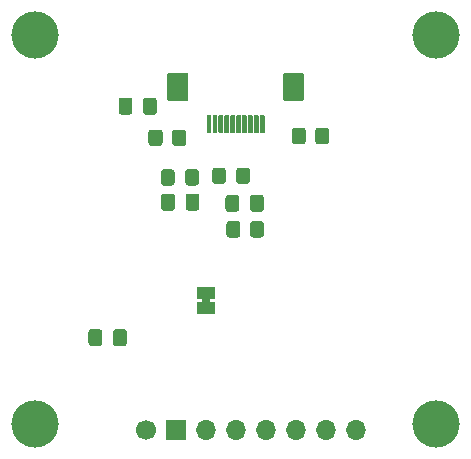
<source format=gbr>
G04 #@! TF.GenerationSoftware,KiCad,Pcbnew,(5.1.10)-1*
G04 #@! TF.CreationDate,2021-09-08T01:48:55-04:00*
G04 #@! TF.ProjectId,SharpDisplayPcb,53686172-7044-4697-9370-6c6179506362,rev?*
G04 #@! TF.SameCoordinates,Original*
G04 #@! TF.FileFunction,Soldermask,Top*
G04 #@! TF.FilePolarity,Negative*
%FSLAX46Y46*%
G04 Gerber Fmt 4.6, Leading zero omitted, Abs format (unit mm)*
G04 Created by KiCad (PCBNEW (5.1.10)-1) date 2021-09-08 01:48:55*
%MOMM*%
%LPD*%
G01*
G04 APERTURE LIST*
%ADD10C,0.100000*%
%ADD11O,1.700000X1.700000*%
%ADD12R,1.700000X1.700000*%
%ADD13C,1.700000*%
%ADD14R,1.500000X1.000000*%
%ADD15C,4.000000*%
G04 APERTURE END LIST*
D10*
G36*
X105351580Y-93027500D02*
G01*
X104749600Y-93027500D01*
X104749600Y-92722700D01*
X105351580Y-92722700D01*
X105351580Y-93027500D01*
G37*
X105351580Y-93027500D02*
X104749600Y-93027500D01*
X104749600Y-92722700D01*
X105351580Y-92722700D01*
X105351580Y-93027500D01*
G04 #@! TO.C,IC1*
G36*
G01*
X103562980Y-73722920D02*
X103562980Y-75922920D01*
G75*
G02*
X103486780Y-75999120I-76200J0D01*
G01*
X101886780Y-75999120D01*
G75*
G02*
X101810580Y-75922920I0J76200D01*
G01*
X101810580Y-73722920D01*
G75*
G02*
X101886780Y-73646720I76200J0D01*
G01*
X103486780Y-73646720D01*
G75*
G02*
X103562980Y-73722920I0J-76200D01*
G01*
G37*
G36*
G01*
X113362980Y-73722920D02*
X113362980Y-75922920D01*
G75*
G02*
X113286780Y-75999120I-76200J0D01*
G01*
X111686780Y-75999120D01*
G75*
G02*
X111610580Y-75922920I0J76200D01*
G01*
X111610580Y-73722920D01*
G75*
G02*
X111686780Y-73646720I76200J0D01*
G01*
X113286780Y-73646720D01*
G75*
G02*
X113362980Y-73722920I0J-76200D01*
G01*
G37*
G36*
G01*
X105537980Y-77272920D02*
X105537980Y-78672920D01*
G75*
G02*
X105461780Y-78749120I-76200J0D01*
G01*
X105211780Y-78749120D01*
G75*
G02*
X105135580Y-78672920I0J76200D01*
G01*
X105135580Y-77272920D01*
G75*
G02*
X105211780Y-77196720I76200J0D01*
G01*
X105461780Y-77196720D01*
G75*
G02*
X105537980Y-77272920I0J-76200D01*
G01*
G37*
G36*
G01*
X106037980Y-77272920D02*
X106037980Y-78672920D01*
G75*
G02*
X105961780Y-78749120I-76200J0D01*
G01*
X105711780Y-78749120D01*
G75*
G02*
X105635580Y-78672920I0J76200D01*
G01*
X105635580Y-77272920D01*
G75*
G02*
X105711780Y-77196720I76200J0D01*
G01*
X105961780Y-77196720D01*
G75*
G02*
X106037980Y-77272920I0J-76200D01*
G01*
G37*
G36*
G01*
X106537980Y-77272920D02*
X106537980Y-78672920D01*
G75*
G02*
X106461780Y-78749120I-76200J0D01*
G01*
X106211780Y-78749120D01*
G75*
G02*
X106135580Y-78672920I0J76200D01*
G01*
X106135580Y-77272920D01*
G75*
G02*
X106211780Y-77196720I76200J0D01*
G01*
X106461780Y-77196720D01*
G75*
G02*
X106537980Y-77272920I0J-76200D01*
G01*
G37*
G36*
G01*
X107037980Y-77272920D02*
X107037980Y-78672920D01*
G75*
G02*
X106961780Y-78749120I-76200J0D01*
G01*
X106711780Y-78749120D01*
G75*
G02*
X106635580Y-78672920I0J76200D01*
G01*
X106635580Y-77272920D01*
G75*
G02*
X106711780Y-77196720I76200J0D01*
G01*
X106961780Y-77196720D01*
G75*
G02*
X107037980Y-77272920I0J-76200D01*
G01*
G37*
G36*
G01*
X107537980Y-77272920D02*
X107537980Y-78672920D01*
G75*
G02*
X107461780Y-78749120I-76200J0D01*
G01*
X107211780Y-78749120D01*
G75*
G02*
X107135580Y-78672920I0J76200D01*
G01*
X107135580Y-77272920D01*
G75*
G02*
X107211780Y-77196720I76200J0D01*
G01*
X107461780Y-77196720D01*
G75*
G02*
X107537980Y-77272920I0J-76200D01*
G01*
G37*
G36*
G01*
X108037980Y-77272920D02*
X108037980Y-78672920D01*
G75*
G02*
X107961780Y-78749120I-76200J0D01*
G01*
X107711780Y-78749120D01*
G75*
G02*
X107635580Y-78672920I0J76200D01*
G01*
X107635580Y-77272920D01*
G75*
G02*
X107711780Y-77196720I76200J0D01*
G01*
X107961780Y-77196720D01*
G75*
G02*
X108037980Y-77272920I0J-76200D01*
G01*
G37*
G36*
G01*
X108537980Y-77272920D02*
X108537980Y-78672920D01*
G75*
G02*
X108461780Y-78749120I-76200J0D01*
G01*
X108211780Y-78749120D01*
G75*
G02*
X108135580Y-78672920I0J76200D01*
G01*
X108135580Y-77272920D01*
G75*
G02*
X108211780Y-77196720I76200J0D01*
G01*
X108461780Y-77196720D01*
G75*
G02*
X108537980Y-77272920I0J-76200D01*
G01*
G37*
G36*
G01*
X109037980Y-77272920D02*
X109037980Y-78672920D01*
G75*
G02*
X108961780Y-78749120I-76200J0D01*
G01*
X108711780Y-78749120D01*
G75*
G02*
X108635580Y-78672920I0J76200D01*
G01*
X108635580Y-77272920D01*
G75*
G02*
X108711780Y-77196720I76200J0D01*
G01*
X108961780Y-77196720D01*
G75*
G02*
X109037980Y-77272920I0J-76200D01*
G01*
G37*
G36*
G01*
X109537980Y-77272920D02*
X109537980Y-78672920D01*
G75*
G02*
X109461780Y-78749120I-76200J0D01*
G01*
X109211780Y-78749120D01*
G75*
G02*
X109135580Y-78672920I0J76200D01*
G01*
X109135580Y-77272920D01*
G75*
G02*
X109211780Y-77196720I76200J0D01*
G01*
X109461780Y-77196720D01*
G75*
G02*
X109537980Y-77272920I0J-76200D01*
G01*
G37*
G36*
G01*
X110037980Y-77272920D02*
X110037980Y-78672920D01*
G75*
G02*
X109961780Y-78749120I-76200J0D01*
G01*
X109711780Y-78749120D01*
G75*
G02*
X109635580Y-78672920I0J76200D01*
G01*
X109635580Y-77272920D01*
G75*
G02*
X109711780Y-77196720I76200J0D01*
G01*
X109961780Y-77196720D01*
G75*
G02*
X110037980Y-77272920I0J-76200D01*
G01*
G37*
G04 #@! TD*
D11*
G04 #@! TO.C,J1*
X117749100Y-103856100D03*
X115209100Y-103856100D03*
X112669100Y-103856100D03*
X110129100Y-103856100D03*
X107589100Y-103856100D03*
X105049100Y-103856100D03*
D12*
X102509100Y-103856100D03*
D13*
X99969100Y-103856100D03*
G04 #@! TD*
D14*
G04 #@! TO.C,JP1*
X105050000Y-92225000D03*
X105050000Y-93525000D03*
G04 #@! TD*
G04 #@! TO.C,R3*
G36*
G01*
X108800000Y-87325001D02*
X108800000Y-86424999D01*
G75*
G02*
X109049999Y-86175000I249999J0D01*
G01*
X109750001Y-86175000D01*
G75*
G02*
X110000000Y-86424999I0J-249999D01*
G01*
X110000000Y-87325001D01*
G75*
G02*
X109750001Y-87575000I-249999J0D01*
G01*
X109049999Y-87575000D01*
G75*
G02*
X108800000Y-87325001I0J249999D01*
G01*
G37*
G36*
G01*
X106800000Y-87325001D02*
X106800000Y-86424999D01*
G75*
G02*
X107049999Y-86175000I249999J0D01*
G01*
X107750001Y-86175000D01*
G75*
G02*
X108000000Y-86424999I0J-249999D01*
G01*
X108000000Y-87325001D01*
G75*
G02*
X107750001Y-87575000I-249999J0D01*
G01*
X107049999Y-87575000D01*
G75*
G02*
X106800000Y-87325001I0J249999D01*
G01*
G37*
G04 #@! TD*
G04 #@! TO.C,R2*
G36*
G01*
X101400000Y-78674999D02*
X101400000Y-79575001D01*
G75*
G02*
X101150001Y-79825000I-249999J0D01*
G01*
X100449999Y-79825000D01*
G75*
G02*
X100200000Y-79575001I0J249999D01*
G01*
X100200000Y-78674999D01*
G75*
G02*
X100449999Y-78425000I249999J0D01*
G01*
X101150001Y-78425000D01*
G75*
G02*
X101400000Y-78674999I0J-249999D01*
G01*
G37*
G36*
G01*
X103400000Y-78674999D02*
X103400000Y-79575001D01*
G75*
G02*
X103150001Y-79825000I-249999J0D01*
G01*
X102449999Y-79825000D01*
G75*
G02*
X102200000Y-79575001I0J249999D01*
G01*
X102200000Y-78674999D01*
G75*
G02*
X102449999Y-78425000I249999J0D01*
G01*
X103150001Y-78425000D01*
G75*
G02*
X103400000Y-78674999I0J-249999D01*
G01*
G37*
G04 #@! TD*
G04 #@! TO.C,R1*
G36*
G01*
X113525000Y-78524999D02*
X113525000Y-79425001D01*
G75*
G02*
X113275001Y-79675000I-249999J0D01*
G01*
X112574999Y-79675000D01*
G75*
G02*
X112325000Y-79425001I0J249999D01*
G01*
X112325000Y-78524999D01*
G75*
G02*
X112574999Y-78275000I249999J0D01*
G01*
X113275001Y-78275000D01*
G75*
G02*
X113525000Y-78524999I0J-249999D01*
G01*
G37*
G36*
G01*
X115525000Y-78524999D02*
X115525000Y-79425001D01*
G75*
G02*
X115275001Y-79675000I-249999J0D01*
G01*
X114574999Y-79675000D01*
G75*
G02*
X114325000Y-79425001I0J249999D01*
G01*
X114325000Y-78524999D01*
G75*
G02*
X114574999Y-78275000I249999J0D01*
G01*
X115275001Y-78275000D01*
G75*
G02*
X115525000Y-78524999I0J-249999D01*
G01*
G37*
G04 #@! TD*
G04 #@! TO.C,C4*
G36*
G01*
X98850000Y-75975000D02*
X98850000Y-76925000D01*
G75*
G02*
X98600000Y-77175000I-250000J0D01*
G01*
X97925000Y-77175000D01*
G75*
G02*
X97675000Y-76925000I0J250000D01*
G01*
X97675000Y-75975000D01*
G75*
G02*
X97925000Y-75725000I250000J0D01*
G01*
X98600000Y-75725000D01*
G75*
G02*
X98850000Y-75975000I0J-250000D01*
G01*
G37*
G36*
G01*
X100925000Y-75975000D02*
X100925000Y-76925000D01*
G75*
G02*
X100675000Y-77175000I-250000J0D01*
G01*
X100000000Y-77175000D01*
G75*
G02*
X99750000Y-76925000I0J250000D01*
G01*
X99750000Y-75975000D01*
G75*
G02*
X100000000Y-75725000I250000J0D01*
G01*
X100675000Y-75725000D01*
G75*
G02*
X100925000Y-75975000I0J-250000D01*
G01*
G37*
G04 #@! TD*
G04 #@! TO.C,C3*
G36*
G01*
X103350000Y-85050000D02*
X103350000Y-84100000D01*
G75*
G02*
X103600000Y-83850000I250000J0D01*
G01*
X104275000Y-83850000D01*
G75*
G02*
X104525000Y-84100000I0J-250000D01*
G01*
X104525000Y-85050000D01*
G75*
G02*
X104275000Y-85300000I-250000J0D01*
G01*
X103600000Y-85300000D01*
G75*
G02*
X103350000Y-85050000I0J250000D01*
G01*
G37*
G36*
G01*
X101275000Y-85050000D02*
X101275000Y-84100000D01*
G75*
G02*
X101525000Y-83850000I250000J0D01*
G01*
X102200000Y-83850000D01*
G75*
G02*
X102450000Y-84100000I0J-250000D01*
G01*
X102450000Y-85050000D01*
G75*
G02*
X102200000Y-85300000I-250000J0D01*
G01*
X101525000Y-85300000D01*
G75*
G02*
X101275000Y-85050000I0J250000D01*
G01*
G37*
G04 #@! TD*
G04 #@! TO.C,C2*
G36*
G01*
X108800000Y-85150000D02*
X108800000Y-84200000D01*
G75*
G02*
X109050000Y-83950000I250000J0D01*
G01*
X109725000Y-83950000D01*
G75*
G02*
X109975000Y-84200000I0J-250000D01*
G01*
X109975000Y-85150000D01*
G75*
G02*
X109725000Y-85400000I-250000J0D01*
G01*
X109050000Y-85400000D01*
G75*
G02*
X108800000Y-85150000I0J250000D01*
G01*
G37*
G36*
G01*
X106725000Y-85150000D02*
X106725000Y-84200000D01*
G75*
G02*
X106975000Y-83950000I250000J0D01*
G01*
X107650000Y-83950000D01*
G75*
G02*
X107900000Y-84200000I0J-250000D01*
G01*
X107900000Y-85150000D01*
G75*
G02*
X107650000Y-85400000I-250000J0D01*
G01*
X106975000Y-85400000D01*
G75*
G02*
X106725000Y-85150000I0J250000D01*
G01*
G37*
G04 #@! TD*
G04 #@! TO.C,C1*
G36*
G01*
X96300000Y-95575000D02*
X96300000Y-96525000D01*
G75*
G02*
X96050000Y-96775000I-250000J0D01*
G01*
X95375000Y-96775000D01*
G75*
G02*
X95125000Y-96525000I0J250000D01*
G01*
X95125000Y-95575000D01*
G75*
G02*
X95375000Y-95325000I250000J0D01*
G01*
X96050000Y-95325000D01*
G75*
G02*
X96300000Y-95575000I0J-250000D01*
G01*
G37*
G36*
G01*
X98375000Y-95575000D02*
X98375000Y-96525000D01*
G75*
G02*
X98125000Y-96775000I-250000J0D01*
G01*
X97450000Y-96775000D01*
G75*
G02*
X97200000Y-96525000I0J250000D01*
G01*
X97200000Y-95575000D01*
G75*
G02*
X97450000Y-95325000I250000J0D01*
G01*
X98125000Y-95325000D01*
G75*
G02*
X98375000Y-95575000I0J-250000D01*
G01*
G37*
G04 #@! TD*
G04 #@! TO.C,FB2*
G36*
G01*
X106748160Y-81894259D02*
X106748160Y-82794261D01*
G75*
G02*
X106498161Y-83044260I-249999J0D01*
G01*
X105848159Y-83044260D01*
G75*
G02*
X105598160Y-82794261I0J249999D01*
G01*
X105598160Y-81894259D01*
G75*
G02*
X105848159Y-81644260I249999J0D01*
G01*
X106498161Y-81644260D01*
G75*
G02*
X106748160Y-81894259I0J-249999D01*
G01*
G37*
G36*
G01*
X108798160Y-81894259D02*
X108798160Y-82794261D01*
G75*
G02*
X108548161Y-83044260I-249999J0D01*
G01*
X107898159Y-83044260D01*
G75*
G02*
X107648160Y-82794261I0J249999D01*
G01*
X107648160Y-81894259D01*
G75*
G02*
X107898159Y-81644260I249999J0D01*
G01*
X108548161Y-81644260D01*
G75*
G02*
X108798160Y-81894259I0J-249999D01*
G01*
G37*
G04 #@! TD*
G04 #@! TO.C,FB1*
G36*
G01*
X103320000Y-82936501D02*
X103320000Y-82036499D01*
G75*
G02*
X103569999Y-81786500I249999J0D01*
G01*
X104220001Y-81786500D01*
G75*
G02*
X104470000Y-82036499I0J-249999D01*
G01*
X104470000Y-82936501D01*
G75*
G02*
X104220001Y-83186500I-249999J0D01*
G01*
X103569999Y-83186500D01*
G75*
G02*
X103320000Y-82936501I0J249999D01*
G01*
G37*
G36*
G01*
X101270000Y-82936501D02*
X101270000Y-82036499D01*
G75*
G02*
X101519999Y-81786500I249999J0D01*
G01*
X102170001Y-81786500D01*
G75*
G02*
X102420000Y-82036499I0J-249999D01*
G01*
X102420000Y-82936501D01*
G75*
G02*
X102170001Y-83186500I-249999J0D01*
G01*
X101519999Y-83186500D01*
G75*
G02*
X101270000Y-82936501I0J249999D01*
G01*
G37*
G04 #@! TD*
D15*
G04 #@! TO.C,M3*
X124589100Y-103396100D03*
G04 #@! TD*
G04 #@! TO.C,M3*
X90589100Y-103396100D03*
G04 #@! TD*
G04 #@! TO.C,M3*
X90589100Y-70396100D03*
G04 #@! TD*
G04 #@! TO.C,M3*
X124589100Y-70396100D03*
G04 #@! TD*
M02*

</source>
